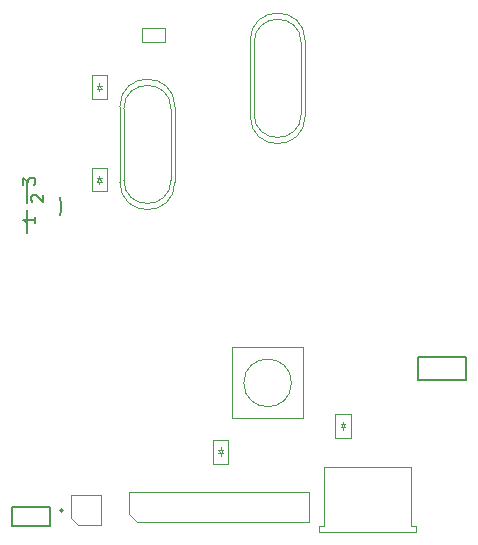
<source format=gbr>
G04 #@! TF.GenerationSoftware,KiCad,Pcbnew,5.1.7-a382d34a8~88~ubuntu18.04.1*
G04 #@! TF.CreationDate,2022-03-02T17:55:55+05:30*
G04 #@! TF.ProjectId,WaterTank_module_v1,57617465-7254-4616-9e6b-5f6d6f64756c,rev?*
G04 #@! TF.SameCoordinates,Original*
G04 #@! TF.FileFunction,Other,Fab,Top*
%FSLAX46Y46*%
G04 Gerber Fmt 4.6, Leading zero omitted, Abs format (unit mm)*
G04 Created by KiCad (PCBNEW 5.1.7-a382d34a8~88~ubuntu18.04.1) date 2022-03-02 17:55:55*
%MOMM*%
%LPD*%
G01*
G04 APERTURE LIST*
%ADD10C,0.100000*%
%ADD11C,0.127000*%
%ADD12C,0.200000*%
%ADD13C,0.050000*%
%ADD14C,0.152400*%
%ADD15C,0.150000*%
G04 APERTURE END LIST*
D10*
X35261040Y-88434240D02*
X34626040Y-87799240D01*
X49866040Y-88434240D02*
X35261040Y-88434240D01*
X49866040Y-85894240D02*
X49866040Y-88434240D01*
X34626040Y-85894240D02*
X49866040Y-85894240D01*
X34626040Y-87799240D02*
X34626040Y-85894240D01*
D11*
X27891500Y-88805900D02*
X27891500Y-87205900D01*
X27891500Y-87205900D02*
X24691500Y-87205900D01*
X24691500Y-87205900D02*
X24691500Y-88805900D01*
X24691500Y-88805900D02*
X27891500Y-88805900D01*
D12*
X28967500Y-87500300D02*
G75*
G03*
X28967500Y-87500300I-100000J0D01*
G01*
D11*
X25942000Y-59510500D02*
X25942000Y-61477900D01*
X25942000Y-62050500D02*
X25942000Y-64017900D01*
X28744500Y-60977900D02*
G75*
G02*
X28744500Y-62550500I-2548499J-786300D01*
G01*
D13*
X58496040Y-83791000D02*
X51096040Y-83791000D01*
X50696040Y-88791000D02*
X51096040Y-88791000D01*
X50696040Y-89291000D02*
X50696040Y-88791000D01*
X58896040Y-88791000D02*
X58496040Y-88791000D01*
X58896040Y-89291000D02*
X58896040Y-88791000D01*
X51096040Y-83791000D02*
X51096040Y-88791000D01*
X50696040Y-89291000D02*
X58896040Y-89291000D01*
X58496040Y-88791000D02*
X58496040Y-83791000D01*
D10*
X32087800Y-59654800D02*
X32087800Y-59854800D01*
X32087800Y-59354800D02*
X32087800Y-59154800D01*
X32287800Y-59354800D02*
X31887800Y-59354800D01*
X31887800Y-59654800D02*
X32287800Y-59654800D01*
X32087800Y-59354800D02*
X31887800Y-59654800D01*
X32287800Y-59654800D02*
X32087800Y-59354800D01*
X31437800Y-58454800D02*
X32737800Y-58454800D01*
X31437800Y-60454800D02*
X31437800Y-58454800D01*
X32737800Y-60454800D02*
X31437800Y-60454800D01*
X32737800Y-58454800D02*
X32737800Y-60454800D01*
X29657000Y-88105000D02*
X29657000Y-86200000D01*
X29657000Y-86200000D02*
X32197000Y-86200000D01*
X32197000Y-86200000D02*
X32197000Y-88740000D01*
X32197000Y-88740000D02*
X30292000Y-88740000D01*
X30292000Y-88740000D02*
X29657000Y-88105000D01*
X52696000Y-80164200D02*
X52696000Y-79964200D01*
X52696000Y-80464200D02*
X52696000Y-80664200D01*
X52496000Y-80464200D02*
X52896000Y-80464200D01*
X52896000Y-80164200D02*
X52496000Y-80164200D01*
X52696000Y-80464200D02*
X52896000Y-80164200D01*
X52496000Y-80164200D02*
X52696000Y-80464200D01*
X53346000Y-81364200D02*
X52046000Y-81364200D01*
X53346000Y-79364200D02*
X53346000Y-81364200D01*
X52046000Y-79364200D02*
X53346000Y-79364200D01*
X52046000Y-81364200D02*
X52046000Y-79364200D01*
X45170300Y-47905700D02*
X45170300Y-53905700D01*
X49170300Y-47905700D02*
X49170300Y-53905700D01*
X44845300Y-47705700D02*
X44845300Y-54105700D01*
X49495300Y-47705700D02*
X49495300Y-54105700D01*
X45170300Y-53905700D02*
G75*
G03*
X49170300Y-53905700I2000000J0D01*
G01*
X45170300Y-47905700D02*
G75*
G02*
X49170300Y-47905700I2000000J0D01*
G01*
X44845300Y-54105700D02*
G75*
G03*
X49495300Y-54105700I2325000J0D01*
G01*
X44845300Y-47705700D02*
G75*
G02*
X49495300Y-47705700I2325000J0D01*
G01*
X38466700Y-53298800D02*
X38466700Y-59698800D01*
X33816700Y-53298800D02*
X33816700Y-59698800D01*
X38141700Y-53498800D02*
X38141700Y-59498800D01*
X34141700Y-53498800D02*
X34141700Y-59498800D01*
X33816700Y-53298800D02*
G75*
G02*
X38466700Y-53298800I2325000J0D01*
G01*
X33816700Y-59698800D02*
G75*
G03*
X38466700Y-59698800I2325000J0D01*
G01*
X34141700Y-53498800D02*
G75*
G02*
X38141700Y-53498800I2000000J0D01*
G01*
X34141700Y-59498800D02*
G75*
G03*
X38141700Y-59498800I2000000J0D01*
G01*
X48341264Y-76690700D02*
G75*
G03*
X48341264Y-76690700I-2015564J0D01*
G01*
X49325700Y-79690700D02*
X46325700Y-79690700D01*
X49325700Y-73690700D02*
X49325700Y-79690700D01*
X43325700Y-73690700D02*
X49325700Y-73690700D01*
X43325700Y-79690700D02*
X43325700Y-73690700D01*
X46325700Y-79690700D02*
X43325700Y-79690700D01*
X32715000Y-50615300D02*
X32715000Y-52615300D01*
X32715000Y-52615300D02*
X31415000Y-52615300D01*
X31415000Y-52615300D02*
X31415000Y-50615300D01*
X31415000Y-50615300D02*
X32715000Y-50615300D01*
X32265000Y-51815300D02*
X32065000Y-51515300D01*
X32065000Y-51515300D02*
X31865000Y-51815300D01*
X31865000Y-51815300D02*
X32265000Y-51815300D01*
X32265000Y-51515300D02*
X31865000Y-51515300D01*
X32065000Y-51515300D02*
X32065000Y-51315300D01*
X32065000Y-51815300D02*
X32065000Y-52015300D01*
X42336700Y-82360200D02*
X42336700Y-82160200D01*
X42336700Y-82660200D02*
X42336700Y-82860200D01*
X42136700Y-82660200D02*
X42536700Y-82660200D01*
X42536700Y-82360200D02*
X42136700Y-82360200D01*
X42336700Y-82660200D02*
X42536700Y-82360200D01*
X42136700Y-82360200D02*
X42336700Y-82660200D01*
X42986700Y-83560200D02*
X41686700Y-83560200D01*
X42986700Y-81560200D02*
X42986700Y-83560200D01*
X41686700Y-81560200D02*
X42986700Y-81560200D01*
X41686700Y-83560200D02*
X41686700Y-81560200D01*
X35675000Y-47866500D02*
X35675000Y-46626500D01*
X37675000Y-47866500D02*
X35675000Y-47866500D01*
X37675000Y-46626500D02*
X37675000Y-47866500D01*
X35675000Y-46626500D02*
X37675000Y-46626500D01*
D14*
X59096040Y-76464240D02*
X59096040Y-74464240D01*
X63096040Y-74464240D02*
X59096040Y-74464240D01*
X63096040Y-76464240D02*
X63096040Y-74464240D01*
X59096040Y-76464240D02*
X63096040Y-76464240D01*
D15*
X26378619Y-61343454D02*
X26331000Y-61295835D01*
X26283380Y-61200597D01*
X26283380Y-60962501D01*
X26331000Y-60867263D01*
X26378619Y-60819644D01*
X26473857Y-60772025D01*
X26569095Y-60772025D01*
X26711952Y-60819644D01*
X27283380Y-61391073D01*
X27283380Y-60772025D01*
X25648380Y-59938533D02*
X25648380Y-59319485D01*
X26029333Y-59652819D01*
X26029333Y-59509961D01*
X26076952Y-59414723D01*
X26124571Y-59367104D01*
X26219809Y-59319485D01*
X26457904Y-59319485D01*
X26553142Y-59367104D01*
X26600761Y-59414723D01*
X26648380Y-59509961D01*
X26648380Y-59795676D01*
X26600761Y-59890914D01*
X26553142Y-59938533D01*
X26648380Y-62621485D02*
X26648380Y-63192914D01*
X26648380Y-62907200D02*
X25648380Y-62907200D01*
X25791238Y-63002438D01*
X25886476Y-63097676D01*
X25934095Y-63192914D01*
M02*

</source>
